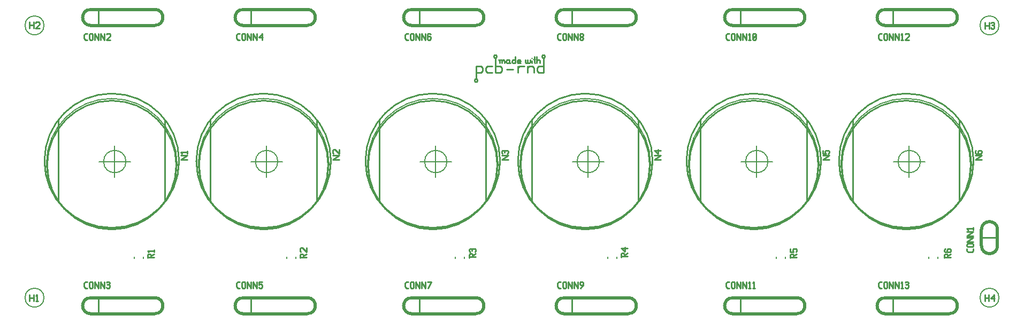
<source format=gbr>
G04 start of page 14 for group 1 layer_idx 9 *
G04 Title: (unknown), top_silk *
G04 Creator: pcb-rnd 1.2.7 *
G04 CreationDate: 2018-01-15 01:10:50 UTC *
G04 For: newell *
G04 Format: Gerber/RS-274X *
G04 PCB-Dimensions: 625000 200000 *
G04 PCB-Coordinate-Origin: lower left *
%MOIN*%
%FSLAX25Y25*%
%LNTOPSILK*%
%ADD74C,0.0025*%
%ADD73C,0.0050*%
%ADD72C,0.0079*%
%ADD71C,0.0080*%
%ADD70C,0.0200*%
%ADD69C,0.0100*%
G54D69*X309177Y157530D02*X313177D01*
X316177Y159530D02*Y155530D01*
Y158530D02*X317177Y159530D01*
X320177D01*
X297177D02*X300177D01*
X305177D02*X302177D01*
X297177Y155530D02*X300177D01*
X302177D02*X305177D01*
X302177Y164530D02*Y155530D01*
X306177Y156530D02*Y158530D01*
X305177Y159530D02*X306177Y158530D01*
Y156530D02*X305177Y155530D01*
X290177Y159530D02*X293177D01*
Y155530D02*X290177D01*
X294177Y158530D02*Y156530D01*
X290177Y159530D02*Y151530D01*
X293177Y159530D02*X294177Y158530D01*
X293177Y155530D02*X294177Y156530D01*
X296177Y158530D02*Y156530D01*
Y158530D02*X297177Y159530D01*
X296177Y156530D02*X297177Y155530D01*
X322177Y159530D02*Y155530D01*
Y158530D02*X323177Y159530D01*
X325177D01*
X326177Y158530D02*X325177Y159530D01*
X326177Y158530D02*Y155530D01*
X328177Y158530D02*Y156530D01*
X329177Y155530D02*X332177D01*
X328177Y156530D02*X329177Y155530D01*
X332177D02*Y164530D01*
Y159530D02*X329177D01*
X328177Y158530D02*X329177Y159530D01*
X289177Y150530D02*G75*G03X291177Y150530I1000J0D01*G01*
G75*G03X289177Y150530I-1000J0D01*G01*
X301177Y165530D02*G75*G03X303177Y165530I1000J0D01*G01*
G75*G03X301177Y165530I-1000J0D01*G01*
X331177D02*G75*G03X333177Y165530I1000J0D01*G01*
G75*G03X331177Y165530I-1000J0D01*G01*
X304677Y163030D02*Y161530D01*
Y163030D02*X305177Y163530D01*
X305677D01*
X306177Y163030D01*
Y161530D01*
Y163030D02*X306677Y163530D01*
X307177D01*
X307677Y163030D01*
Y161530D01*
X304177Y163530D02*X304677Y163030D01*
X310377Y163530D02*X310877Y163030D01*
X309377Y163530D02*X310377D01*
X308877Y163030D02*X309377Y163530D01*
X308877Y163030D02*Y162030D01*
X309377Y161530D01*
X310877Y163530D02*Y162030D01*
X311377Y161530D01*
X309377D02*X310377D01*
X310877Y162030D01*
X314577Y165530D02*Y161530D01*
X314077D02*X314577Y162030D01*
X313077Y161530D02*X314077D01*
X312577Y162030D02*X313077Y161530D01*
X312577Y163030D02*Y162030D01*
Y163030D02*X313077Y163530D01*
X314077D01*
X314577Y163030D01*
X316277Y161530D02*X317777D01*
X315777Y162030D02*X316277Y161530D01*
X315777Y163030D02*Y162030D01*
Y163030D02*X316277Y163530D01*
X317277D01*
X317777Y163030D01*
X315777Y162530D02*X317777D01*
Y163030D02*Y162530D01*
X320777Y163530D02*Y162030D01*
X321277Y161530D01*
X321777D01*
X322277Y162030D01*
Y163530D02*Y162030D01*
X322777Y161530D01*
X323277D01*
X323777Y162030D01*
Y163530D02*Y162030D01*
X324977Y164530D02*Y164430D01*
Y163030D02*Y161530D01*
X326477Y165530D02*Y162030D01*
X326977Y161530D01*
X325977Y164030D02*X326977D01*
X327977Y165530D02*Y161530D01*
Y163030D02*X328477Y163530D01*
X329477D01*
X329977Y163030D01*
Y161530D01*
G54D70*X145000Y5000D02*X185000D01*
X145000Y15000D02*X185000D01*
G54D69*X150000D02*Y5000D01*
G54D70*X145000Y15000D02*G75*G03X145000Y5000I0J-5000D01*G01*
X185000D02*G75*G03X185000Y15000I0J5000D01*G01*
X145000Y185000D02*X185000D01*
X145000Y195000D02*X185000D01*
G54D69*X150000D02*Y185000D01*
G54D70*X145000Y195000D02*G75*G03X145000Y185000I0J-5000D01*G01*
X185000D02*G75*G03X185000Y195000I0J5000D01*G01*
X50000Y185000D02*X90000D01*
X50000Y195000D02*X90000D01*
G54D69*X55000D02*Y185000D01*
G54D70*X50000Y195000D02*G75*G03X50000Y185000I0J-5000D01*G01*
X90000D02*G75*G03X90000Y195000I0J5000D01*G01*
X50000Y5000D02*X90000D01*
X50000Y15000D02*X90000D01*
G54D69*X55000D02*Y5000D01*
G54D70*X50000Y15000D02*G75*G03X50000Y5000I0J-5000D01*G01*
X90000D02*G75*G03X90000Y15000I0J5000D01*G01*
G54D71*X82755Y40393D02*Y39607D01*
X77245Y40393D02*Y39607D01*
G54D72*X9094Y15000D02*G75*G03X20906Y15000I5906J0D01*G01*
G75*G03X9094Y15000I-5906J0D01*G01*
G54D69*X190880Y126250D02*Y75000D01*
X124630Y75630D02*Y126250D01*
Y75630D02*Y75000D01*
G54D73*X149790Y100000D02*X169470D01*
X159630Y90160D02*Y109840D01*
G54D74*X152559Y100000D02*G75*G03X166701Y100000I7071J0D01*G01*
G75*G03X152559Y100000I-7071J0D01*G01*
G54D73*X152672D02*G75*G03X166588Y100000I6958J0D01*G01*
G75*G03X152672Y100000I-6958J0D01*G01*
X115627Y100220D02*G75*G03X199893Y100220I42133J0D01*G01*
G75*G03X115627Y100220I-42133J0D01*G01*
X117051Y98670D02*G75*G03X198469Y98670I40709J0D01*G01*
G75*G03X117051Y98670I-40709J0D01*G01*
G54D69*X117540Y97820D02*G75*G03X197980Y97820I40220J0D01*G01*
G75*G03X117540Y97820I-40220J0D01*G01*
X115830Y100550D02*G75*G03X199690Y100550I41930J0D01*G01*
G75*G03X115830Y100550I-41930J0D01*G01*
X96250Y126250D02*Y75000D01*
X30000Y75630D02*Y126250D01*
Y75630D02*Y75000D01*
G54D73*X55160Y100000D02*X74840D01*
X65000Y90160D02*Y109840D01*
G54D74*X57929Y100000D02*G75*G03X72071Y100000I7071J0D01*G01*
G75*G03X57929Y100000I-7071J0D01*G01*
G54D73*X58042D02*G75*G03X71958Y100000I6958J0D01*G01*
G75*G03X58042Y100000I-6958J0D01*G01*
X20997Y100220D02*G75*G03X105263Y100220I42133J0D01*G01*
G75*G03X20997Y100220I-42133J0D01*G01*
X22421Y98670D02*G75*G03X103839Y98670I40709J0D01*G01*
G75*G03X22421Y98670I-40709J0D01*G01*
G54D69*X22910Y97820D02*G75*G03X103350Y97820I40220J0D01*G01*
G75*G03X22910Y97820I-40220J0D01*G01*
X21200Y100550D02*G75*G03X105060Y100550I41930J0D01*G01*
G75*G03X21200Y100550I-41930J0D01*G01*
G54D71*X177755Y40393D02*Y39607D01*
X172245Y40393D02*Y39607D01*
G54D72*X9094Y185000D02*G75*G03X20906Y185000I5906J0D01*G01*
G75*G03X9094Y185000I-5906J0D01*G01*
G54D70*X450000Y185000D02*X490000D01*
X450000Y195000D02*X490000D01*
G54D69*X455000D02*Y185000D01*
G54D70*X450000Y195000D02*G75*G03X450000Y185000I0J-5000D01*G01*
X490000D02*G75*G03X490000Y195000I0J5000D01*G01*
G54D69*X496250Y126250D02*Y75000D01*
X430000Y75630D02*Y126250D01*
Y75630D02*Y75000D01*
G54D73*X455160Y100000D02*X474840D01*
X465000Y90160D02*Y109840D01*
G54D74*X457929Y100000D02*G75*G03X472071Y100000I7071J0D01*G01*
G75*G03X457929Y100000I-7071J0D01*G01*
G54D73*X458042D02*G75*G03X471958Y100000I6958J0D01*G01*
G75*G03X458042Y100000I-6958J0D01*G01*
X420997Y100220D02*G75*G03X505263Y100220I42133J0D01*G01*
G75*G03X420997Y100220I-42133J0D01*G01*
X422421Y98670D02*G75*G03X503839Y98670I40709J0D01*G01*
G75*G03X422421Y98670I-40709J0D01*G01*
G54D69*X422910Y97820D02*G75*G03X503350Y97820I40220J0D01*G01*
G75*G03X422910Y97820I-40220J0D01*G01*
X421200Y100550D02*G75*G03X505060Y100550I41930J0D01*G01*
G75*G03X421200Y100550I-41930J0D01*G01*
G54D70*X545000Y5000D02*X585000D01*
X545000Y15000D02*X585000D01*
G54D69*X550000D02*Y5000D01*
G54D70*X545000Y15000D02*G75*G03X545000Y5000I0J-5000D01*G01*
X585000D02*G75*G03X585000Y15000I0J5000D01*G01*
X545000Y185000D02*X585000D01*
X545000Y195000D02*X585000D01*
G54D69*X550000D02*Y185000D01*
G54D70*X545000Y195000D02*G75*G03X545000Y185000I0J-5000D01*G01*
X585000D02*G75*G03X585000Y195000I0J5000D01*G01*
X450000Y5000D02*X490000D01*
X450000Y15000D02*X490000D01*
G54D69*X455000D02*Y5000D01*
G54D70*X450000Y15000D02*G75*G03X450000Y5000I0J-5000D01*G01*
X490000D02*G75*G03X490000Y15000I0J5000D01*G01*
G54D69*X591250Y126250D02*Y75000D01*
X525000Y75630D02*Y126250D01*
Y75630D02*Y75000D01*
G54D73*X550160Y100000D02*X569840D01*
X560000Y90160D02*Y109840D01*
G54D74*X552929Y100000D02*G75*G03X567071Y100000I7071J0D01*G01*
G75*G03X552929Y100000I-7071J0D01*G01*
G54D73*X553042D02*G75*G03X566958Y100000I6958J0D01*G01*
G75*G03X553042Y100000I-6958J0D01*G01*
X515997Y100220D02*G75*G03X600263Y100220I42133J0D01*G01*
G75*G03X515997Y100220I-42133J0D01*G01*
X517421Y98670D02*G75*G03X598839Y98670I40709J0D01*G01*
G75*G03X517421Y98670I-40709J0D01*G01*
G54D69*X517910Y97820D02*G75*G03X598350Y97820I40220J0D01*G01*
G75*G03X517910Y97820I-40220J0D01*G01*
X516200Y100550D02*G75*G03X600060Y100550I41930J0D01*G01*
G75*G03X516200Y100550I-41930J0D01*G01*
G54D71*X482755Y40393D02*Y39607D01*
X477245Y40393D02*Y39607D01*
X577755Y40393D02*Y39607D01*
X572245Y40393D02*Y39607D01*
G54D70*X615000Y57500D02*Y47500D01*
X605000Y57500D02*Y47500D01*
G54D69*Y52500D02*X615000D01*
G54D70*X605000Y47500D02*G75*G03X615000Y47500I5000J0D01*G01*
Y57500D02*G75*G03X605000Y57500I-5000J0D01*G01*
G54D72*X604094Y15000D02*G75*G03X615906Y15000I5906J0D01*G01*
G75*G03X604094Y15000I-5906J0D01*G01*
Y185000D02*G75*G03X615906Y185000I5906J0D01*G01*
G75*G03X604094Y185000I-5906J0D01*G01*
G54D70*X345000Y5000D02*X385000D01*
X345000Y15000D02*X385000D01*
G54D69*X350000D02*Y5000D01*
G54D70*X345000Y15000D02*G75*G03X345000Y5000I0J-5000D01*G01*
X385000D02*G75*G03X385000Y15000I0J5000D01*G01*
X250000Y5000D02*X290000D01*
X250000Y15000D02*X290000D01*
G54D69*X255000D02*Y5000D01*
G54D70*X250000Y15000D02*G75*G03X250000Y5000I0J-5000D01*G01*
X290000D02*G75*G03X290000Y15000I0J5000D01*G01*
G54D71*X282755Y40393D02*Y39607D01*
X277245Y40393D02*Y39607D01*
X377755Y40393D02*Y39607D01*
X372245Y40393D02*Y39607D01*
G54D69*X296250Y126250D02*Y75000D01*
X230000Y75630D02*Y126250D01*
Y75630D02*Y75000D01*
G54D73*X255160Y100000D02*X274840D01*
X265000Y90160D02*Y109840D01*
G54D74*X257929Y100000D02*G75*G03X272071Y100000I7071J0D01*G01*
G75*G03X257929Y100000I-7071J0D01*G01*
G54D73*X258042D02*G75*G03X271958Y100000I6958J0D01*G01*
G75*G03X258042Y100000I-6958J0D01*G01*
X220997Y100220D02*G75*G03X305263Y100220I42133J0D01*G01*
G75*G03X220997Y100220I-42133J0D01*G01*
X222421Y98670D02*G75*G03X303839Y98670I40709J0D01*G01*
G75*G03X222421Y98670I-40709J0D01*G01*
G54D69*X222910Y97820D02*G75*G03X303350Y97820I40220J0D01*G01*
G75*G03X222910Y97820I-40220J0D01*G01*
X221200Y100550D02*G75*G03X305060Y100550I41930J0D01*G01*
G75*G03X221200Y100550I-41930J0D01*G01*
G54D70*X345000Y185000D02*X385000D01*
X345000Y195000D02*X385000D01*
G54D69*X350000D02*Y185000D01*
G54D70*X345000Y195000D02*G75*G03X345000Y185000I0J-5000D01*G01*
X385000D02*G75*G03X385000Y195000I0J5000D01*G01*
X250000Y185000D02*X290000D01*
X250000Y195000D02*X290000D01*
G54D69*X255000D02*Y185000D01*
G54D70*X250000Y195000D02*G75*G03X250000Y185000I0J-5000D01*G01*
X290000D02*G75*G03X290000Y195000I0J5000D01*G01*
G54D69*X391250Y126250D02*Y75000D01*
X325000Y75630D02*Y126250D01*
Y75630D02*Y75000D01*
G54D73*X350160Y100000D02*X369840D01*
X360000Y90160D02*Y109840D01*
G54D74*X352929Y100000D02*G75*G03X367071Y100000I7071J0D01*G01*
G75*G03X352929Y100000I-7071J0D01*G01*
G54D73*X353042D02*G75*G03X366958Y100000I6958J0D01*G01*
G75*G03X353042Y100000I-6958J0D01*G01*
X315997Y100220D02*G75*G03X400263Y100220I42133J0D01*G01*
G75*G03X315997Y100220I-42133J0D01*G01*
X317421Y98670D02*G75*G03X398839Y98670I40709J0D01*G01*
G75*G03X317421Y98670I-40709J0D01*G01*
G54D69*X317910Y97820D02*G75*G03X398350Y97820I40220J0D01*G01*
G75*G03X317910Y97820I-40220J0D01*G01*
X316200Y100550D02*G75*G03X400060Y100550I41930J0D01*G01*
G75*G03X316200Y100550I-41930J0D01*G01*
X141700Y21000D02*X143000D01*
X141000Y21700D02*X141700Y21000D01*
X141000Y24300D02*Y21700D01*
Y24300D02*X141700Y25000D01*
X143000D01*
X144200Y24500D02*Y21500D01*
Y24500D02*X144700Y25000D01*
X145700D01*
X146200Y24500D01*
Y21500D01*
X145700Y21000D02*X146200Y21500D01*
X144700Y21000D02*X145700D01*
X144200Y21500D02*X144700Y21000D01*
X147400Y25000D02*Y21000D01*
Y25000D02*X149900Y21000D01*
Y25000D02*Y21000D01*
X151100Y25000D02*Y21000D01*
Y25000D02*X153600Y21000D01*
Y25000D02*Y21000D01*
X154800Y25000D02*X156800D01*
X154800D02*Y23000D01*
X155300Y23500D01*
X156300D01*
X156800Y23000D01*
Y21500D01*
X156300Y21000D02*X156800Y21500D01*
X155300Y21000D02*X156300D01*
X154800Y21500D02*X155300Y21000D01*
X180350Y41850D02*Y39850D01*
Y41850D02*X180850Y42350D01*
X181850D01*
X182350Y41850D02*X181850Y42350D01*
X182350Y41850D02*Y40350D01*
X180350D02*X184350D01*
X182350Y41150D02*X184350Y42350D01*
X180850Y43550D02*X180350Y44050D01*
Y45550D02*Y44050D01*
Y45550D02*X180850Y46050D01*
X181850D01*
X184350Y43550D02*X181850Y46050D01*
X184350D02*Y43550D01*
X141700Y176000D02*X143000D01*
X141000Y176700D02*X141700Y176000D01*
X141000Y179300D02*Y176700D01*
Y179300D02*X141700Y180000D01*
X143000D01*
X144200Y179500D02*Y176500D01*
Y179500D02*X144700Y180000D01*
X145700D01*
X146200Y179500D01*
Y176500D01*
X145700Y176000D02*X146200Y176500D01*
X144700Y176000D02*X145700D01*
X144200Y176500D02*X144700Y176000D01*
X147400Y180000D02*Y176000D01*
Y180000D02*X149900Y176000D01*
Y180000D02*Y176000D01*
X151100Y180000D02*Y176000D01*
Y180000D02*X153600Y176000D01*
Y180000D02*Y176000D01*
X154800Y177500D02*X156800Y180000D01*
X154800Y177500D02*X157300D01*
X156800Y180000D02*Y176000D01*
X46700D02*X48000D01*
X46000Y176700D02*X46700Y176000D01*
X46000Y179300D02*Y176700D01*
Y179300D02*X46700Y180000D01*
X48000D01*
X49200Y179500D02*Y176500D01*
Y179500D02*X49700Y180000D01*
X50700D01*
X51200Y179500D01*
Y176500D01*
X50700Y176000D02*X51200Y176500D01*
X49700Y176000D02*X50700D01*
X49200Y176500D02*X49700Y176000D01*
X52400Y180000D02*Y176000D01*
Y180000D02*X54900Y176000D01*
Y180000D02*Y176000D01*
X56100Y180000D02*Y176000D01*
Y180000D02*X58600Y176000D01*
Y180000D02*Y176000D01*
X59800Y179500D02*X60300Y180000D01*
X61800D01*
X62300Y179500D01*
Y178500D01*
X59800Y176000D02*X62300Y178500D01*
X59800Y176000D02*X62300D01*
X11846Y187120D02*Y183120D01*
X14346Y187120D02*Y183120D01*
X11846Y185120D02*X14346D01*
X15546Y186620D02*X16046Y187120D01*
X17546D01*
X18046Y186620D01*
Y185620D01*
X15546Y183120D02*X18046Y185620D01*
X15546Y183120D02*X18046D01*
X46700Y21000D02*X48000D01*
X46000Y21700D02*X46700Y21000D01*
X46000Y24300D02*Y21700D01*
Y24300D02*X46700Y25000D01*
X48000D01*
X49200Y24500D02*Y21500D01*
Y24500D02*X49700Y25000D01*
X50700D01*
X51200Y24500D01*
Y21500D01*
X50700Y21000D02*X51200Y21500D01*
X49700Y21000D02*X50700D01*
X49200Y21500D02*X49700Y21000D01*
X52400Y25000D02*Y21000D01*
Y25000D02*X54900Y21000D01*
Y25000D02*Y21000D01*
X56100Y25000D02*Y21000D01*
Y25000D02*X58600Y21000D01*
Y25000D02*Y21000D01*
X59800Y24500D02*X60300Y25000D01*
X61300D01*
X61800Y24500D01*
X61300Y21000D02*X61800Y21500D01*
X60300Y21000D02*X61300D01*
X59800Y21500D02*X60300Y21000D01*
Y23200D02*X61300D01*
X61800Y24500D02*Y23700D01*
Y22700D02*Y21500D01*
Y22700D02*X61300Y23200D01*
X61800Y23700D02*X61300Y23200D01*
X85350Y41764D02*Y39764D01*
Y41764D02*X85850Y42264D01*
X86850D01*
X87350Y41764D02*X86850Y42264D01*
X87350Y41764D02*Y40264D01*
X85350D02*X89350D01*
X87350Y41064D02*X89350Y42264D01*
X86150Y43464D02*X85350Y44264D01*
X89350D01*
Y44964D02*Y43464D01*
X12000Y17000D02*Y13000D01*
X14500Y17000D02*Y13000D01*
X12000Y15000D02*X14500D01*
X15700Y16200D02*X16500Y17000D01*
Y13000D01*
X15700D02*X17200D01*
X341700Y21000D02*X343000D01*
X341000Y21700D02*X341700Y21000D01*
X341000Y24300D02*Y21700D01*
Y24300D02*X341700Y25000D01*
X343000D01*
X344200Y24500D02*Y21500D01*
Y24500D02*X344700Y25000D01*
X345700D01*
X346200Y24500D01*
Y21500D01*
X345700Y21000D02*X346200Y21500D01*
X344700Y21000D02*X345700D01*
X344200Y21500D02*X344700Y21000D01*
X347400Y25000D02*Y21000D01*
Y25000D02*X349900Y21000D01*
Y25000D02*Y21000D01*
X351100Y25000D02*Y21000D01*
Y25000D02*X353600Y21000D01*
Y25000D02*Y21000D01*
X355300D02*X356800Y23000D01*
Y24500D02*Y23000D01*
X356300Y25000D02*X356800Y24500D01*
X355300Y25000D02*X356300D01*
X354800Y24500D02*X355300Y25000D01*
X354800Y24500D02*Y23500D01*
X355300Y23000D01*
X356800D01*
X341700Y176000D02*X343000D01*
X341000Y176700D02*X341700Y176000D01*
X341000Y179300D02*Y176700D01*
Y179300D02*X341700Y180000D01*
X343000D01*
X344200Y179500D02*Y176500D01*
Y179500D02*X344700Y180000D01*
X345700D01*
X346200Y179500D01*
Y176500D01*
X345700Y176000D02*X346200Y176500D01*
X344700Y176000D02*X345700D01*
X344200Y176500D02*X344700Y176000D01*
X347400Y180000D02*Y176000D01*
Y180000D02*X349900Y176000D01*
Y180000D02*Y176000D01*
X351100Y180000D02*Y176000D01*
Y180000D02*X353600Y176000D01*
Y180000D02*Y176000D01*
X354800Y176500D02*X355300Y176000D01*
X354800Y177300D02*Y176500D01*
Y177300D02*X355500Y178000D01*
X356100D01*
X356800Y177300D01*
Y176500D01*
X356300Y176000D02*X356800Y176500D01*
X355300Y176000D02*X356300D01*
X354800Y178700D02*X355500Y178000D01*
X354800Y179500D02*Y178700D01*
Y179500D02*X355300Y180000D01*
X356300D01*
X356800Y179500D01*
Y178700D01*
X356100Y178000D02*X356800Y178700D01*
X246700Y21000D02*X248000D01*
X246000Y21700D02*X246700Y21000D01*
X246000Y24300D02*Y21700D01*
Y24300D02*X246700Y25000D01*
X248000D01*
X249200Y24500D02*Y21500D01*
Y24500D02*X249700Y25000D01*
X250700D01*
X251200Y24500D01*
Y21500D01*
X250700Y21000D02*X251200Y21500D01*
X249700Y21000D02*X250700D01*
X249200Y21500D02*X249700Y21000D01*
X252400Y25000D02*Y21000D01*
Y25000D02*X254900Y21000D01*
Y25000D02*Y21000D01*
X256100Y25000D02*Y21000D01*
Y25000D02*X258600Y21000D01*
Y25000D02*Y21000D01*
X260300D02*X262300Y25000D01*
X259800D02*X262300D01*
X246700Y176000D02*X248000D01*
X246000Y176700D02*X246700Y176000D01*
X246000Y179300D02*Y176700D01*
Y179300D02*X246700Y180000D01*
X248000D01*
X249200Y179500D02*Y176500D01*
Y179500D02*X249700Y180000D01*
X250700D01*
X251200Y179500D01*
Y176500D01*
X250700Y176000D02*X251200Y176500D01*
X249700Y176000D02*X250700D01*
X249200Y176500D02*X249700Y176000D01*
X252400Y180000D02*Y176000D01*
Y180000D02*X254900Y176000D01*
Y180000D02*Y176000D01*
X256100Y180000D02*Y176000D01*
Y180000D02*X258600Y176000D01*
Y180000D02*Y176000D01*
X261300Y180000D02*X261800Y179500D01*
X260300Y180000D02*X261300D01*
X259800Y179500D02*X260300Y180000D01*
X259800Y179500D02*Y176500D01*
X260300Y176000D01*
X261300Y178200D02*X261800Y177700D01*
X259800Y178200D02*X261300D01*
X260300Y176000D02*X261300D01*
X261800Y176500D01*
Y177700D02*Y176500D01*
X306120Y101250D02*X310120D01*
X306120D02*X310120Y103750D01*
X306120D02*X310120D01*
X306620Y104950D02*X306120Y105450D01*
Y106450D02*Y105450D01*
Y106450D02*X306620Y106950D01*
X310120Y106450D02*X309620Y106950D01*
X310120Y106450D02*Y105450D01*
X309620Y104950D02*X310120Y105450D01*
X307920Y106450D02*Y105450D01*
X306620Y106950D02*X307420D01*
X308420D02*X309620D01*
X308420D02*X307920Y106450D01*
X307420Y106950D02*X307920Y106450D01*
X285850Y41893D02*Y39893D01*
Y41893D02*X286350Y42393D01*
X287350D01*
X287850Y41893D02*X287350Y42393D01*
X287850Y41893D02*Y40393D01*
X285850D02*X289850D01*
X287850Y41193D02*X289850Y42393D01*
X286350Y43593D02*X285850Y44093D01*
Y45093D02*Y44093D01*
Y45093D02*X286350Y45593D01*
X289850Y45093D02*X289350Y45593D01*
X289850Y45093D02*Y44093D01*
X289350Y43593D02*X289850Y44093D01*
X287650Y45093D02*Y44093D01*
X286350Y45593D02*X287150D01*
X288150D02*X289350D01*
X288150D02*X287650Y45093D01*
X287150Y45593D02*X287650Y45093D01*
X200750Y101250D02*X204750D01*
X200750D02*X204750Y103750D01*
X200750D02*X204750D01*
X201250Y104950D02*X200750Y105450D01*
Y106950D02*Y105450D01*
Y106950D02*X201250Y107450D01*
X202250D01*
X204750Y104950D02*X202250Y107450D01*
X204750D02*Y104950D01*
X106120Y101250D02*X110120D01*
X106120D02*X110120Y103750D01*
X106120D02*X110120D01*
X106920Y104950D02*X106120Y105750D01*
X110120D01*
Y106450D02*Y104950D01*
X446700Y176000D02*X448000D01*
X446000Y176700D02*X446700Y176000D01*
X446000Y179300D02*Y176700D01*
Y179300D02*X446700Y180000D01*
X448000D01*
X449200Y179500D02*Y176500D01*
Y179500D02*X449700Y180000D01*
X450700D01*
X451200Y179500D01*
Y176500D01*
X450700Y176000D02*X451200Y176500D01*
X449700Y176000D02*X450700D01*
X449200Y176500D02*X449700Y176000D01*
X452400Y180000D02*Y176000D01*
Y180000D02*X454900Y176000D01*
Y180000D02*Y176000D01*
X456100Y180000D02*Y176000D01*
Y180000D02*X458600Y176000D01*
Y180000D02*Y176000D01*
X459800Y179200D02*X460600Y180000D01*
Y176000D01*
X459800D02*X461300D01*
X462500Y176500D02*X463000Y176000D01*
X462500Y179500D02*Y176500D01*
Y179500D02*X463000Y180000D01*
X464000D01*
X464500Y179500D01*
Y176500D01*
X464000Y176000D02*X464500Y176500D01*
X463000Y176000D02*X464000D01*
X462500Y177000D02*X464500Y179000D01*
X401120Y101250D02*X405120D01*
X401120D02*X405120Y103750D01*
X401120D02*X405120D01*
X403620Y104950D02*X401120Y106950D01*
X403620Y107450D02*Y104950D01*
X401120Y106950D02*X405120D01*
X541700Y21000D02*X543000D01*
X541000Y21700D02*X541700Y21000D01*
X541000Y24300D02*Y21700D01*
Y24300D02*X541700Y25000D01*
X543000D01*
X544200Y24500D02*Y21500D01*
Y24500D02*X544700Y25000D01*
X545700D01*
X546200Y24500D01*
Y21500D01*
X545700Y21000D02*X546200Y21500D01*
X544700Y21000D02*X545700D01*
X544200Y21500D02*X544700Y21000D01*
X547400Y25000D02*Y21000D01*
Y25000D02*X549900Y21000D01*
Y25000D02*Y21000D01*
X551100Y25000D02*Y21000D01*
Y25000D02*X553600Y21000D01*
Y25000D02*Y21000D01*
X554800Y24200D02*X555600Y25000D01*
Y21000D01*
X554800D02*X556300D01*
X557500Y24500D02*X558000Y25000D01*
X559000D01*
X559500Y24500D01*
X559000Y21000D02*X559500Y21500D01*
X558000Y21000D02*X559000D01*
X557500Y21500D02*X558000Y21000D01*
Y23200D02*X559000D01*
X559500Y24500D02*Y23700D01*
Y22700D02*Y21500D01*
Y22700D02*X559000Y23200D01*
X559500Y23700D02*X559000Y23200D01*
X541700Y176000D02*X543000D01*
X541000Y176700D02*X541700Y176000D01*
X541000Y179300D02*Y176700D01*
Y179300D02*X541700Y180000D01*
X543000D01*
X544200Y179500D02*Y176500D01*
Y179500D02*X544700Y180000D01*
X545700D01*
X546200Y179500D01*
Y176500D01*
X545700Y176000D02*X546200Y176500D01*
X544700Y176000D02*X545700D01*
X544200Y176500D02*X544700Y176000D01*
X547400Y180000D02*Y176000D01*
Y180000D02*X549900Y176000D01*
Y180000D02*Y176000D01*
X551100Y180000D02*Y176000D01*
Y180000D02*X553600Y176000D01*
Y180000D02*Y176000D01*
X554800Y179200D02*X555600Y180000D01*
Y176000D01*
X554800D02*X556300D01*
X557500Y179500D02*X558000Y180000D01*
X559500D01*
X560000Y179500D01*
Y178500D01*
X557500Y176000D02*X560000Y178500D01*
X557500Y176000D02*X560000D01*
X446700Y21000D02*X448000D01*
X446000Y21700D02*X446700Y21000D01*
X446000Y24300D02*Y21700D01*
Y24300D02*X446700Y25000D01*
X448000D01*
X449200Y24500D02*Y21500D01*
Y24500D02*X449700Y25000D01*
X450700D01*
X451200Y24500D01*
Y21500D01*
X450700Y21000D02*X451200Y21500D01*
X449700Y21000D02*X450700D01*
X449200Y21500D02*X449700Y21000D01*
X452400Y25000D02*Y21000D01*
Y25000D02*X454900Y21000D01*
Y25000D02*Y21000D01*
X456100Y25000D02*Y21000D01*
Y25000D02*X458600Y21000D01*
Y25000D02*Y21000D01*
X459800Y24200D02*X460600Y25000D01*
Y21000D01*
X459800D02*X461300D01*
X462500Y24200D02*X463300Y25000D01*
Y21000D01*
X462500D02*X464000D01*
X506120Y101250D02*X510120D01*
X506120D02*X510120Y103750D01*
X506120D02*X510120D01*
X506120Y106950D02*Y104950D01*
X508120D01*
X507620Y105450D01*
Y106450D02*Y105450D01*
Y106450D02*X508120Y106950D01*
X509620D01*
X510120Y106450D02*X509620Y106950D01*
X510120Y106450D02*Y105450D01*
X509620Y104950D02*X510120Y105450D01*
X485936Y41850D02*Y39850D01*
Y41850D02*X486436Y42350D01*
X487436D01*
X487936Y41850D02*X487436Y42350D01*
X487936Y41850D02*Y40350D01*
X485936D02*X489936D01*
X487936Y41150D02*X489936Y42350D01*
X485936Y45550D02*Y43550D01*
X487936D01*
X487436Y44050D01*
Y45050D02*Y44050D01*
Y45050D02*X487936Y45550D01*
X489436D01*
X489936Y45050D02*X489436Y45550D01*
X489936Y45050D02*Y44050D01*
X489436Y43550D02*X489936Y44050D01*
X600000Y45500D02*Y44200D01*
X599300Y43500D02*X600000Y44200D01*
X596700Y43500D02*X599300D01*
X596700D02*X596000Y44200D01*
Y45500D02*Y44200D01*
X596500Y46700D02*X599500D01*
X596500D02*X596000Y47200D01*
Y48200D02*Y47200D01*
Y48200D02*X596500Y48700D01*
X599500D01*
X600000Y48200D02*X599500Y48700D01*
X600000Y48200D02*Y47200D01*
X599500Y46700D02*X600000Y47200D01*
X596000Y49900D02*X600000D01*
X596000D02*X600000Y52400D01*
X596000D02*X600000D01*
X596000Y53600D02*X600000D01*
X596000D02*X600000Y56100D01*
X596000D02*X600000D01*
X596800Y57300D02*X596000Y58100D01*
X600000D01*
Y58800D02*Y57300D01*
X601120Y101250D02*X605120D01*
X601120D02*X605120Y103750D01*
X601120D02*X605120D01*
X601120Y106450D02*X601620Y106950D01*
X601120Y106450D02*Y105450D01*
X601620Y104950D02*X601120Y105450D01*
X601620Y104950D02*X604620D01*
X605120Y105450D01*
X602920Y106450D02*X603420Y106950D01*
X602920Y106450D02*Y104950D01*
X605120Y106450D02*Y105450D01*
Y106450D02*X604620Y106950D01*
X603420D02*X604620D01*
X380479Y42307D02*Y40307D01*
Y42307D02*X380979Y42807D01*
X381979D01*
X382479Y42307D02*X381979Y42807D01*
X382479Y42307D02*Y40807D01*
X380479D02*X384479D01*
X382479Y41607D02*X384479Y42807D01*
X382979Y44007D02*X380479Y46007D01*
X382979Y46507D02*Y44007D01*
X380479Y46007D02*X384479D01*
X581850Y41764D02*Y39764D01*
Y41764D02*X582350Y42264D01*
X583350D01*
X583850Y41764D02*X583350Y42264D01*
X583850Y41764D02*Y40264D01*
X581850D02*X585850D01*
X583850Y41064D02*X585850Y42264D01*
X581850Y44964D02*X582350Y45464D01*
X581850Y44964D02*Y43964D01*
X582350Y43464D02*X581850Y43964D01*
X582350Y43464D02*X585350D01*
X585850Y43964D01*
X583650Y44964D02*X584150Y45464D01*
X583650Y44964D02*Y43464D01*
X585850Y44964D02*Y43964D01*
Y44964D02*X585350Y45464D01*
X584150D02*X585350D01*
X607104Y16972D02*Y12972D01*
X609604Y16972D02*Y12972D01*
X607104Y14972D02*X609604D01*
X610804Y14472D02*X612804Y16972D01*
X610804Y14472D02*X613304D01*
X612804Y16972D02*Y12972D01*
X607184Y186909D02*Y182909D01*
X609684Y186909D02*Y182909D01*
X607184Y184909D02*X609684D01*
X610884Y186409D02*X611384Y186909D01*
X612384D01*
X612884Y186409D01*
X612384Y182909D02*X612884Y183409D01*
X611384Y182909D02*X612384D01*
X610884Y183409D02*X611384Y182909D01*
Y185109D02*X612384D01*
X612884Y186409D02*Y185609D01*
Y184609D02*Y183409D01*
Y184609D02*X612384Y185109D01*
X612884Y185609D02*X612384Y185109D01*
M02*

</source>
